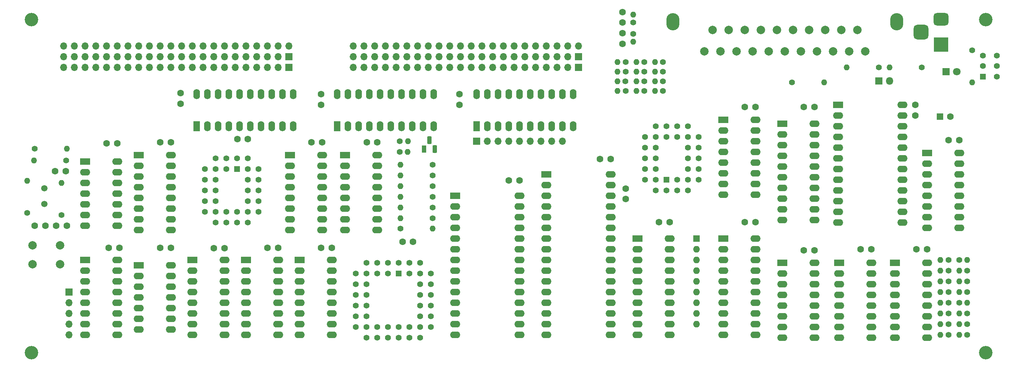
<source format=gbr>
%TF.GenerationSoftware,KiCad,Pcbnew,7.0.8*%
%TF.CreationDate,2023-10-18T18:18:43+01:00*%
%TF.ProjectId,Beep12-Kicad,42656570-3132-42d4-9b69-6361642e6b69,rev?*%
%TF.SameCoordinates,Original*%
%TF.FileFunction,Soldermask,Bot*%
%TF.FilePolarity,Negative*%
%FSLAX46Y46*%
G04 Gerber Fmt 4.6, Leading zero omitted, Abs format (unit mm)*
G04 Created by KiCad (PCBNEW 7.0.8) date 2023-10-18 18:18:43*
%MOMM*%
%LPD*%
G01*
G04 APERTURE LIST*
G04 Aperture macros list*
%AMRoundRect*
0 Rectangle with rounded corners*
0 $1 Rounding radius*
0 $2 $3 $4 $5 $6 $7 $8 $9 X,Y pos of 4 corners*
0 Add a 4 corners polygon primitive as box body*
4,1,4,$2,$3,$4,$5,$6,$7,$8,$9,$2,$3,0*
0 Add four circle primitives for the rounded corners*
1,1,$1+$1,$2,$3*
1,1,$1+$1,$4,$5*
1,1,$1+$1,$6,$7*
1,1,$1+$1,$8,$9*
0 Add four rect primitives between the rounded corners*
20,1,$1+$1,$2,$3,$4,$5,0*
20,1,$1+$1,$4,$5,$6,$7,0*
20,1,$1+$1,$6,$7,$8,$9,0*
20,1,$1+$1,$8,$9,$2,$3,0*%
G04 Aperture macros list end*
%ADD10C,1.500000*%
%ADD11C,1.400000*%
%ADD12O,1.400000X1.400000*%
%ADD13C,1.600000*%
%ADD14C,2.000000*%
%ADD15R,1.100000X1.800000*%
%ADD16RoundRect,0.275000X-0.275000X-0.625000X0.275000X-0.625000X0.275000X0.625000X-0.275000X0.625000X0*%
%ADD17R,2.400000X1.600000*%
%ADD18O,2.400000X1.600000*%
%ADD19C,3.200000*%
%ADD20R,1.700000X1.700000*%
%ADD21O,1.700000X1.700000*%
%ADD22R,1.422400X1.422400*%
%ADD23C,1.422400*%
%ADD24C,1.800000*%
%ADD25R,1.800000X1.800000*%
%ADD26R,1.600000X2.400000*%
%ADD27O,1.600000X2.400000*%
%ADD28R,3.500000X3.500000*%
%ADD29RoundRect,0.750000X-1.000000X0.750000X-1.000000X-0.750000X1.000000X-0.750000X1.000000X0.750000X0*%
%ADD30RoundRect,0.875000X-0.875000X0.875000X-0.875000X-0.875000X0.875000X-0.875000X0.875000X0.875000X0*%
%ADD31O,3.100000X4.100000*%
%ADD32C,1.998980*%
%ADD33R,1.400000X1.400000*%
%ADD34R,1.600000X1.600000*%
%ADD35O,1.600000X1.600000*%
%ADD36O,1.800000X1.800000*%
G04 APERTURE END LIST*
D10*
%TO.C,Y1*%
X32083500Y-113970300D03*
X32083500Y-117770300D03*
%TD*%
D11*
%TO.C,R47*%
X171450000Y-77348000D03*
D12*
X171450000Y-79248000D03*
%TD*%
D11*
%TO.C,R46*%
X171450000Y-74676000D03*
D12*
X171450000Y-72776000D03*
%TD*%
D13*
%TO.C,C32*%
X168910000Y-72176000D03*
X168910000Y-74676000D03*
%TD*%
%TO.C,C31*%
X168910000Y-79716000D03*
X168910000Y-77216000D03*
%TD*%
%TO.C,C1*%
X34584000Y-109982000D03*
X37084000Y-109982000D03*
%TD*%
D14*
%TO.C,SW2*%
X35762000Y-127544000D03*
X29262000Y-127544000D03*
X35762000Y-132044000D03*
X29262000Y-132044000D03*
%TD*%
D12*
%TO.C,R45*%
X37338000Y-104648000D03*
D11*
X29718000Y-104648000D03*
%TD*%
D15*
%TO.C,Q1*%
X121920000Y-104670000D03*
D16*
X123190000Y-102600000D03*
X124460000Y-104670000D03*
%TD*%
D17*
%TO.C,U1*%
X54386000Y-106096300D03*
D18*
X54386000Y-108636300D03*
X54386000Y-111176300D03*
X54386000Y-113716300D03*
X54386000Y-116256300D03*
X54386000Y-118796300D03*
X54386000Y-121336300D03*
X54386000Y-123876300D03*
X62006000Y-123876300D03*
X62006000Y-121336300D03*
X62006000Y-118796300D03*
X62006000Y-116256300D03*
X62006000Y-113716300D03*
X62006000Y-111176300D03*
X62006000Y-108636300D03*
X62006000Y-106096300D03*
%TD*%
D17*
%TO.C,U24*%
X41686000Y-131042800D03*
D18*
X41686000Y-133582800D03*
X41686000Y-136122800D03*
X41686000Y-138662800D03*
X41686000Y-141202800D03*
X41686000Y-143742800D03*
X41686000Y-146282800D03*
X41686000Y-148822800D03*
X49306000Y-148822800D03*
X49306000Y-146282800D03*
X49306000Y-143742800D03*
X49306000Y-141202800D03*
X49306000Y-138662800D03*
X49306000Y-136122800D03*
X49306000Y-133582800D03*
X49306000Y-131042800D03*
%TD*%
D11*
%TO.C,R37*%
X174112000Y-86360000D03*
D12*
X172212000Y-86360000D03*
%TD*%
D13*
%TO.C,C13*%
X49814000Y-128121800D03*
X47314000Y-128121800D03*
%TD*%
D12*
%TO.C,R5*%
X244256000Y-148822800D03*
D11*
X246156000Y-148822800D03*
%TD*%
%TO.C,R34*%
X178557000Y-88646000D03*
D12*
X176657000Y-88646000D03*
%TD*%
%TO.C,R17*%
X250596000Y-131042800D03*
D11*
X248696000Y-131042800D03*
%TD*%
D13*
%TO.C,C14*%
X62006000Y-128121800D03*
X59506000Y-128121800D03*
%TD*%
D17*
%TO.C,U20*%
X241086000Y-105632800D03*
D18*
X241086000Y-108172800D03*
X241086000Y-110712800D03*
X241086000Y-113252800D03*
X241086000Y-115792800D03*
X241086000Y-118332800D03*
X241086000Y-120872800D03*
X241086000Y-123412800D03*
X248706000Y-123412800D03*
X248706000Y-120872800D03*
X248706000Y-118332800D03*
X248706000Y-115792800D03*
X248706000Y-113252800D03*
X248706000Y-110712800D03*
X248706000Y-108172800D03*
X248706000Y-105632800D03*
%TD*%
D19*
%TO.C,H3*%
X255000000Y-74000000D03*
%TD*%
D13*
%TO.C,C10*%
X97566000Y-91672800D03*
X97566000Y-94172800D03*
%TD*%
D12*
%TO.C,R16*%
X250601000Y-141202800D03*
D11*
X248701000Y-141202800D03*
%TD*%
%TO.C,R23*%
X123982000Y-116056800D03*
D12*
X116362000Y-116056800D03*
%TD*%
D11*
%TO.C,R20*%
X123982000Y-108436800D03*
D12*
X116362000Y-108436800D03*
%TD*%
D11*
%TO.C,R32*%
X178557000Y-84074000D03*
D12*
X176657000Y-84074000D03*
%TD*%
D13*
%TO.C,C11*%
X200436000Y-122025800D03*
X197936000Y-122025800D03*
%TD*%
D20*
%TO.C,J5*%
X89946000Y-85344000D03*
D21*
X87406000Y-85344000D03*
X84866000Y-85344000D03*
X82326000Y-85344000D03*
X79786000Y-85344000D03*
X77246000Y-85344000D03*
X74706000Y-85344000D03*
X72166000Y-85344000D03*
X69626000Y-85344000D03*
X67086000Y-85344000D03*
X64546000Y-85344000D03*
X62006000Y-85344000D03*
X59466000Y-85344000D03*
X56926000Y-85344000D03*
X54386000Y-85344000D03*
X51846000Y-85344000D03*
X49306000Y-85344000D03*
X46766000Y-85344000D03*
X44226000Y-85344000D03*
X41686000Y-85344000D03*
X39146000Y-85344000D03*
X36606000Y-85344000D03*
%TD*%
D13*
%TO.C,C7*%
X62006000Y-103102800D03*
X59506000Y-103102800D03*
%TD*%
D12*
%TO.C,R19*%
X244251000Y-131042800D03*
D11*
X246151000Y-131042800D03*
%TD*%
D12*
%TO.C,R7*%
X248701000Y-138662800D03*
D11*
X250601000Y-138662800D03*
%TD*%
D22*
%TO.C,U6*%
X115976400Y-134213600D03*
D23*
X113436400Y-131673600D03*
X113436400Y-134213600D03*
X110896400Y-131673600D03*
X110896400Y-134213600D03*
X108356400Y-131673600D03*
X105816400Y-134213600D03*
X108356400Y-134213600D03*
X105816400Y-136753600D03*
X108356400Y-136753600D03*
X105816400Y-139293600D03*
X108356400Y-139293600D03*
X105816400Y-141833600D03*
X108356400Y-141833600D03*
X105816400Y-144373600D03*
X108356400Y-144373600D03*
X105816400Y-146913600D03*
X108356400Y-149453600D03*
X108356400Y-146913600D03*
X110896400Y-149453600D03*
X110896400Y-146913600D03*
X113436400Y-149453600D03*
X113436400Y-146913600D03*
X115976400Y-149453600D03*
X115976400Y-146913600D03*
X118516400Y-149453600D03*
X118516400Y-146913600D03*
X121056400Y-149453600D03*
X123596400Y-146913600D03*
X121056400Y-146913600D03*
X123596400Y-144373600D03*
X121056400Y-144373600D03*
X123596400Y-141833600D03*
X121056400Y-141833600D03*
X123596400Y-139293600D03*
X121056400Y-139293600D03*
X123596400Y-136753600D03*
X121056400Y-136753600D03*
X123596400Y-134213600D03*
X121056400Y-131673600D03*
X121056400Y-134213600D03*
X118516400Y-131673600D03*
X118516400Y-134213600D03*
X115976400Y-131673600D03*
%TD*%
D11*
%TO.C,R44*%
X251714000Y-81280000D03*
D12*
X251714000Y-88900000D03*
%TD*%
%TO.C,R14*%
X244256000Y-143742800D03*
D11*
X246156000Y-143742800D03*
%TD*%
D13*
%TO.C,C22*%
X200436000Y-94720800D03*
X197936000Y-94720800D03*
%TD*%
D11*
%TO.C,R33*%
X178557000Y-86360000D03*
D12*
X176657000Y-86360000D03*
%TD*%
D17*
%TO.C,U14*%
X192816000Y-97768800D03*
D18*
X192816000Y-100308800D03*
X192816000Y-102848800D03*
X192816000Y-105388800D03*
X192816000Y-107928800D03*
X192816000Y-110468800D03*
X192816000Y-113008800D03*
X192816000Y-115548800D03*
X200436000Y-115548800D03*
X200436000Y-113008800D03*
X200436000Y-110468800D03*
X200436000Y-107928800D03*
X200436000Y-105388800D03*
X200436000Y-102848800D03*
X200436000Y-100308800D03*
X200436000Y-97768800D03*
%TD*%
D13*
%TO.C,C19*%
X49306000Y-103356800D03*
X46806000Y-103356800D03*
%TD*%
%TO.C,C20*%
X110875600Y-103102800D03*
X108375600Y-103102800D03*
%TD*%
D11*
%TO.C,R39*%
X174112000Y-90932000D03*
D12*
X172212000Y-90932000D03*
%TD*%
D13*
%TO.C,C29*%
X214406000Y-128756800D03*
X211906000Y-128756800D03*
%TD*%
%TO.C,C3*%
X34877500Y-122860300D03*
X37377500Y-122860300D03*
%TD*%
D11*
%TO.C,R28*%
X229646000Y-85322800D03*
D12*
X222026000Y-85322800D03*
%TD*%
D13*
%TO.C,C12*%
X166146000Y-107039800D03*
X163646000Y-107039800D03*
%TD*%
D17*
%TO.C,U17*%
X220004000Y-94212800D03*
D18*
X220004000Y-96752800D03*
X220004000Y-99292800D03*
X220004000Y-101832800D03*
X220004000Y-104372800D03*
X220004000Y-106912800D03*
X220004000Y-109452800D03*
X220004000Y-111992800D03*
X220004000Y-114532800D03*
X220004000Y-117072800D03*
X220004000Y-119612800D03*
X220004000Y-122152800D03*
X235244000Y-122152800D03*
X235244000Y-119612800D03*
X235244000Y-117072800D03*
X235244000Y-114532800D03*
X235244000Y-111992800D03*
X235244000Y-109452800D03*
X235244000Y-106912800D03*
X235244000Y-104372800D03*
X235244000Y-101832800D03*
X235244000Y-99292800D03*
X235244000Y-96752800D03*
X235244000Y-94212800D03*
%TD*%
D17*
%TO.C,U12*%
X92486000Y-131042800D03*
D18*
X92486000Y-133582800D03*
X92486000Y-136122800D03*
X92486000Y-138662800D03*
X92486000Y-141202800D03*
X92486000Y-143742800D03*
X92486000Y-146282800D03*
X92486000Y-148822800D03*
X100106000Y-148822800D03*
X100106000Y-146282800D03*
X100106000Y-143742800D03*
X100106000Y-141202800D03*
X100106000Y-138662800D03*
X100106000Y-136122800D03*
X100106000Y-133582800D03*
X100106000Y-131042800D03*
%TD*%
D12*
%TO.C,R10*%
X244256000Y-146282800D03*
D11*
X246156000Y-146282800D03*
%TD*%
D24*
%TO.C,D2*%
X248153000Y-86360000D03*
D25*
X245613000Y-86360000D03*
%TD*%
D11*
%TO.C,R35*%
X178557000Y-90932000D03*
D12*
X176657000Y-90932000D03*
%TD*%
D11*
%TO.C,R25*%
X123982000Y-121136800D03*
D12*
X116362000Y-121136800D03*
%TD*%
%TO.C,R6*%
X248701000Y-146282800D03*
D11*
X250601000Y-146282800D03*
%TD*%
D13*
%TO.C,C27*%
X248706000Y-102584800D03*
X246206000Y-102584800D03*
%TD*%
D11*
%TO.C,R38*%
X174112000Y-88646000D03*
D12*
X172212000Y-88646000D03*
%TD*%
D13*
%TO.C,C21*%
X144556000Y-112119800D03*
X142056000Y-112119800D03*
%TD*%
D11*
%TO.C,R29*%
X116362000Y-123549800D03*
D12*
X123982000Y-123549800D03*
%TD*%
D13*
%TO.C,C17*%
X74706000Y-128198000D03*
X72206000Y-128198000D03*
%TD*%
D12*
%TO.C,R13*%
X248701000Y-133582800D03*
D11*
X250601000Y-133582800D03*
%TD*%
D12*
%TO.C,R8*%
X244256000Y-138662800D03*
D11*
X246156000Y-138662800D03*
%TD*%
D13*
%TO.C,C18*%
X116865400Y-126720600D03*
X119365400Y-126720600D03*
%TD*%
D17*
%TO.C,U15*%
X206786000Y-131677800D03*
D18*
X206786000Y-134217800D03*
X206786000Y-136757800D03*
X206786000Y-139297800D03*
X206786000Y-141837800D03*
X206786000Y-144377800D03*
X206786000Y-146917800D03*
X206786000Y-149457800D03*
X214406000Y-149457800D03*
X214406000Y-146917800D03*
X214406000Y-144377800D03*
X214406000Y-141837800D03*
X214406000Y-139297800D03*
X214406000Y-136757800D03*
X214406000Y-134217800D03*
X214406000Y-131677800D03*
%TD*%
D26*
%TO.C,U5*%
X68072000Y-99314000D03*
D27*
X70612000Y-99314000D03*
X73152000Y-99314000D03*
X75692000Y-99314000D03*
X78232000Y-99314000D03*
X80772000Y-99314000D03*
X83312000Y-99314000D03*
X85852000Y-99314000D03*
X88392000Y-99314000D03*
X90932000Y-99314000D03*
X90932000Y-91694000D03*
X88392000Y-91694000D03*
X85852000Y-91694000D03*
X83312000Y-91694000D03*
X80772000Y-91694000D03*
X78232000Y-91694000D03*
X75692000Y-91694000D03*
X73152000Y-91694000D03*
X70612000Y-91694000D03*
X68072000Y-91694000D03*
%TD*%
D26*
%TO.C,U25*%
X134396000Y-99292800D03*
D27*
X136936000Y-99292800D03*
X139476000Y-99292800D03*
X142016000Y-99292800D03*
X144556000Y-99292800D03*
X147096000Y-99292800D03*
X149636000Y-99292800D03*
X152176000Y-99292800D03*
X154716000Y-99292800D03*
X157256000Y-99292800D03*
X157256000Y-91672800D03*
X154716000Y-91672800D03*
X152176000Y-91672800D03*
X149636000Y-91672800D03*
X147096000Y-91672800D03*
X144556000Y-91672800D03*
X142016000Y-91672800D03*
X139476000Y-91672800D03*
X136936000Y-91672800D03*
X134396000Y-91672800D03*
%TD*%
D22*
%TO.C,U23*%
X179354000Y-111992800D03*
D23*
X181894000Y-114532800D03*
X181894000Y-111992800D03*
X184434000Y-114532800D03*
X186974000Y-111992800D03*
X184434000Y-111992800D03*
X186974000Y-109452800D03*
X184434000Y-109452800D03*
X186974000Y-106912800D03*
X184434000Y-106912800D03*
X186974000Y-104372800D03*
X184434000Y-104372800D03*
X186974000Y-101832800D03*
X184434000Y-99292800D03*
X184434000Y-101832800D03*
X181894000Y-99292800D03*
X181894000Y-101832800D03*
X179354000Y-99292800D03*
X179354000Y-101832800D03*
X176814000Y-99292800D03*
X174274000Y-101832800D03*
X176814000Y-101832800D03*
X174274000Y-104372800D03*
X176814000Y-104372800D03*
X174274000Y-106912800D03*
X176814000Y-106912800D03*
X174274000Y-109452800D03*
X176814000Y-109452800D03*
X174274000Y-111992800D03*
X176814000Y-114532800D03*
X176814000Y-111992800D03*
X179354000Y-114532800D03*
%TD*%
D17*
%TO.C,U2*%
X41686000Y-107620300D03*
D18*
X41686000Y-110160300D03*
X41686000Y-112700300D03*
X41686000Y-115240300D03*
X41686000Y-117780300D03*
X41686000Y-120320300D03*
X41686000Y-122860300D03*
X49306000Y-122860300D03*
X49306000Y-120320300D03*
X49306000Y-117780300D03*
X49306000Y-115240300D03*
X49306000Y-112700300D03*
X49306000Y-110160300D03*
X49306000Y-107620300D03*
%TD*%
D11*
%TO.C,R2*%
X28019500Y-119812300D03*
D12*
X28019500Y-112192300D03*
%TD*%
D13*
%TO.C,C8*%
X77754000Y-102340800D03*
X80254000Y-102340800D03*
%TD*%
D11*
%TO.C,R36*%
X174112000Y-84074000D03*
D12*
X172212000Y-84074000D03*
%TD*%
D17*
%TO.C,U13*%
X192816000Y-125962800D03*
D18*
X192816000Y-128502800D03*
X192816000Y-131042800D03*
X192816000Y-133582800D03*
X192816000Y-136122800D03*
X192816000Y-138662800D03*
X192816000Y-141202800D03*
X192816000Y-143742800D03*
X192816000Y-146282800D03*
X192816000Y-148822800D03*
X200436000Y-148822800D03*
X200436000Y-146282800D03*
X200436000Y-143742800D03*
X200436000Y-141202800D03*
X200436000Y-138662800D03*
X200436000Y-136122800D03*
X200436000Y-133582800D03*
X200436000Y-131042800D03*
X200436000Y-128502800D03*
X200436000Y-125962800D03*
%TD*%
D11*
%TO.C,R42*%
X169667000Y-88646000D03*
D12*
X167767000Y-88646000D03*
%TD*%
D11*
%TO.C,R21*%
X123982000Y-110976800D03*
D12*
X116362000Y-110976800D03*
%TD*%
D13*
%TO.C,C6*%
X130302000Y-91694000D03*
X130302000Y-94194000D03*
%TD*%
D11*
%TO.C,R22*%
X123982000Y-113516800D03*
D12*
X116362000Y-113516800D03*
%TD*%
%TO.C,R4*%
X248701000Y-148822800D03*
D11*
X250601000Y-148822800D03*
%TD*%
D12*
%TO.C,R18*%
X244256000Y-141202800D03*
D11*
X246156000Y-141202800D03*
%TD*%
D13*
%TO.C,C9*%
X241076000Y-128502800D03*
X238576000Y-128502800D03*
%TD*%
D26*
%TO.C,U26*%
X101376000Y-99292800D03*
D27*
X103916000Y-99292800D03*
X106456000Y-99292800D03*
X108996000Y-99292800D03*
X111536000Y-99292800D03*
X114076000Y-99292800D03*
X116616000Y-99292800D03*
X119156000Y-99292800D03*
X121696000Y-99292800D03*
X124236000Y-99292800D03*
X124236000Y-91672800D03*
X121696000Y-91672800D03*
X119156000Y-91672800D03*
X116616000Y-91672800D03*
X114076000Y-91672800D03*
X111536000Y-91672800D03*
X108996000Y-91672800D03*
X106456000Y-91672800D03*
X103916000Y-91672800D03*
X101376000Y-91672800D03*
%TD*%
D17*
%TO.C,U19*%
X233456000Y-131677800D03*
D18*
X233456000Y-134217800D03*
X233456000Y-136757800D03*
X233456000Y-139297800D03*
X233456000Y-141837800D03*
X233456000Y-144377800D03*
X233456000Y-146917800D03*
X233456000Y-149457800D03*
X241076000Y-149457800D03*
X241076000Y-146917800D03*
X241076000Y-144377800D03*
X241076000Y-141837800D03*
X241076000Y-139297800D03*
X241076000Y-136757800D03*
X241076000Y-134217800D03*
X241076000Y-131677800D03*
%TD*%
D20*
%TO.C,J9*%
X158531000Y-85322800D03*
D21*
X155991000Y-85322800D03*
X153451000Y-85322800D03*
X150911000Y-85322800D03*
X148371000Y-85322800D03*
X145831000Y-85322800D03*
X143291000Y-85322800D03*
X140751000Y-85322800D03*
X138211000Y-85322800D03*
X135671000Y-85322800D03*
X133131000Y-85322800D03*
X130591000Y-85322800D03*
X128051000Y-85322800D03*
X125511000Y-85322800D03*
X122971000Y-85322800D03*
X120431000Y-85322800D03*
X117891000Y-85322800D03*
X115351000Y-85322800D03*
X112811000Y-85322800D03*
X110271000Y-85322800D03*
X107731000Y-85322800D03*
X105191000Y-85322800D03*
%TD*%
D17*
%TO.C,U21*%
X129316000Y-115802800D03*
D18*
X129316000Y-118342800D03*
X129316000Y-120882800D03*
X129316000Y-123422800D03*
X129316000Y-125962800D03*
X129316000Y-128502800D03*
X129316000Y-131042800D03*
X129316000Y-133582800D03*
X129316000Y-136122800D03*
X129316000Y-138662800D03*
X129316000Y-141202800D03*
X129316000Y-143742800D03*
X129316000Y-146282800D03*
X129316000Y-148822800D03*
X144556000Y-148822800D03*
X144556000Y-146282800D03*
X144556000Y-143742800D03*
X144556000Y-141202800D03*
X144556000Y-138662800D03*
X144556000Y-136122800D03*
X144556000Y-133582800D03*
X144556000Y-131042800D03*
X144556000Y-128502800D03*
X144556000Y-125962800D03*
X144556000Y-123422800D03*
X144556000Y-120882800D03*
X144556000Y-118342800D03*
X144556000Y-115802800D03*
%TD*%
D11*
%TO.C,R27*%
X209042000Y-88900000D03*
D12*
X216662000Y-88900000D03*
%TD*%
D28*
%TO.C,J1*%
X244348000Y-79914000D03*
D29*
X244348000Y-73914000D03*
D30*
X239648000Y-76914000D03*
%TD*%
D20*
%TO.C,J6*%
X37876000Y-138662800D03*
D21*
X37876000Y-141202800D03*
X37876000Y-143742800D03*
X37876000Y-146282800D03*
X37876000Y-148822800D03*
%TD*%
D31*
%TO.C,J2*%
X233920820Y-74433820D03*
X180921180Y-74433820D03*
D32*
X188371000Y-81512800D03*
X190276000Y-76432800D03*
X192181000Y-81512800D03*
X194086000Y-76432800D03*
X195991000Y-81512800D03*
X197896000Y-76432800D03*
X199801000Y-81512800D03*
X201706000Y-76432800D03*
X203611000Y-81512800D03*
X205516000Y-76432800D03*
X207421000Y-81512800D03*
X209326000Y-76432800D03*
X211231000Y-81512800D03*
X213136000Y-76432800D03*
X215041000Y-81512800D03*
X216946000Y-76432800D03*
X218851000Y-81512800D03*
X220756000Y-76432800D03*
X222661000Y-81512800D03*
X224566000Y-76432800D03*
X226471000Y-81512800D03*
%TD*%
D17*
%TO.C,U3*%
X90200000Y-106100000D03*
D18*
X90200000Y-108640000D03*
X90200000Y-111180000D03*
X90200000Y-113720000D03*
X90200000Y-116260000D03*
X90200000Y-118800000D03*
X90200000Y-121340000D03*
X90200000Y-123880000D03*
X97820000Y-123880000D03*
X97820000Y-121340000D03*
X97820000Y-118800000D03*
X97820000Y-116260000D03*
X97820000Y-113720000D03*
X97820000Y-111180000D03*
X97820000Y-108640000D03*
X97820000Y-106100000D03*
%TD*%
D12*
%TO.C,R9*%
X248701000Y-136122800D03*
D11*
X250601000Y-136122800D03*
%TD*%
D33*
%TO.C,SW1*%
X254269000Y-87497500D03*
D11*
X254269000Y-84997500D03*
X254269000Y-82497500D03*
X257569000Y-87497500D03*
X257569000Y-84997500D03*
X257569000Y-82497500D03*
%TD*%
D17*
%TO.C,U16*%
X206786000Y-98657800D03*
D18*
X206786000Y-101197800D03*
X206786000Y-103737800D03*
X206786000Y-106277800D03*
X206786000Y-108817800D03*
X206786000Y-111357800D03*
X206786000Y-113897800D03*
X206786000Y-116437800D03*
X206786000Y-118977800D03*
X206786000Y-121517800D03*
X214406000Y-121517800D03*
X214406000Y-118977800D03*
X214406000Y-116437800D03*
X214406000Y-113897800D03*
X214406000Y-111357800D03*
X214406000Y-108817800D03*
X214406000Y-106277800D03*
X214406000Y-103737800D03*
X214406000Y-101197800D03*
X214406000Y-98657800D03*
%TD*%
D13*
%TO.C,C26*%
X214406000Y-94720800D03*
X211906000Y-94720800D03*
%TD*%
D34*
%TO.C,C30*%
X244094000Y-97028000D03*
D13*
X246594000Y-97028000D03*
%TD*%
D17*
%TO.C,U10*%
X172496000Y-125962800D03*
D18*
X172496000Y-128502800D03*
X172496000Y-131042800D03*
X172496000Y-133582800D03*
X172496000Y-136122800D03*
X172496000Y-138662800D03*
X172496000Y-141202800D03*
X172496000Y-143742800D03*
X172496000Y-146282800D03*
X172496000Y-148822800D03*
X180116000Y-148822800D03*
X180116000Y-146282800D03*
X180116000Y-143742800D03*
X180116000Y-141202800D03*
X180116000Y-138662800D03*
X180116000Y-136122800D03*
X180116000Y-133582800D03*
X180116000Y-131042800D03*
X180116000Y-128502800D03*
X180116000Y-125962800D03*
%TD*%
D13*
%TO.C,C2*%
X29797500Y-122860300D03*
X32297500Y-122860300D03*
%TD*%
%TO.C,C25*%
X97820000Y-103102800D03*
X95320000Y-103102800D03*
%TD*%
D11*
%TO.C,R41*%
X169672000Y-86360000D03*
D12*
X167772000Y-86360000D03*
%TD*%
D17*
%TO.C,U8*%
X67056000Y-131064000D03*
D18*
X67056000Y-133604000D03*
X67056000Y-136144000D03*
X67056000Y-138684000D03*
X67056000Y-141224000D03*
X67056000Y-143764000D03*
X67056000Y-146304000D03*
X67056000Y-148844000D03*
X74676000Y-148844000D03*
X74676000Y-146304000D03*
X74676000Y-143764000D03*
X74676000Y-141224000D03*
X74676000Y-138684000D03*
X74676000Y-136144000D03*
X74676000Y-133604000D03*
X74676000Y-131064000D03*
%TD*%
D12*
%TO.C,R12*%
X248701000Y-143742800D03*
D11*
X250601000Y-143742800D03*
%TD*%
%TO.C,R30*%
X116210000Y-102870000D03*
D12*
X118110000Y-102870000D03*
%TD*%
D11*
%TO.C,R43*%
X169672000Y-90932000D03*
D12*
X167772000Y-90932000D03*
%TD*%
D17*
%TO.C,U18*%
X220248000Y-131677800D03*
D18*
X220248000Y-134217800D03*
X220248000Y-136757800D03*
X220248000Y-139297800D03*
X220248000Y-141837800D03*
X220248000Y-144377800D03*
X220248000Y-146917800D03*
X220248000Y-149457800D03*
X227868000Y-149457800D03*
X227868000Y-146917800D03*
X227868000Y-144377800D03*
X227868000Y-141837800D03*
X227868000Y-139297800D03*
X227868000Y-136757800D03*
X227868000Y-134217800D03*
X227868000Y-131677800D03*
%TD*%
D13*
%TO.C,C4*%
X238252000Y-94234000D03*
X238252000Y-96734000D03*
%TD*%
D12*
%TO.C,R15*%
X244251000Y-133582800D03*
D11*
X246151000Y-133582800D03*
%TD*%
D17*
%TO.C,U7*%
X54356000Y-132334000D03*
D18*
X54356000Y-134874000D03*
X54356000Y-137414000D03*
X54356000Y-139954000D03*
X54356000Y-142494000D03*
X54356000Y-145034000D03*
X54356000Y-147574000D03*
X61976000Y-147574000D03*
X61976000Y-145034000D03*
X61976000Y-142494000D03*
X61976000Y-139954000D03*
X61976000Y-137414000D03*
X61976000Y-134874000D03*
X61976000Y-132334000D03*
%TD*%
D19*
%TO.C,H2*%
X29000000Y-153000000D03*
%TD*%
D11*
%TO.C,R24*%
X123982000Y-118596800D03*
D12*
X116362000Y-118596800D03*
%TD*%
%TO.C,R11*%
X244256000Y-136122800D03*
D11*
X246156000Y-136122800D03*
%TD*%
D17*
%TO.C,U11*%
X79786000Y-131042800D03*
D18*
X79786000Y-133582800D03*
X79786000Y-136122800D03*
X79786000Y-138662800D03*
X79786000Y-141202800D03*
X79786000Y-143742800D03*
X79786000Y-146282800D03*
X79786000Y-148822800D03*
X87406000Y-148822800D03*
X87406000Y-146282800D03*
X87406000Y-143742800D03*
X87406000Y-141202800D03*
X87406000Y-138662800D03*
X87406000Y-136122800D03*
X87406000Y-133582800D03*
X87406000Y-131042800D03*
%TD*%
D19*
%TO.C,H1*%
X29000000Y-74000000D03*
%TD*%
D13*
%TO.C,C24*%
X169702000Y-116564800D03*
X169702000Y-114064800D03*
%TD*%
D11*
%TO.C,R26*%
X239806000Y-85322800D03*
D12*
X232186000Y-85322800D03*
%TD*%
D22*
%TO.C,U4*%
X77681500Y-109398300D03*
D23*
X75141500Y-106858300D03*
X75141500Y-109398300D03*
X72601500Y-106858300D03*
X70061500Y-109398300D03*
X72601500Y-109398300D03*
X70061500Y-111938300D03*
X72601500Y-111938300D03*
X70061500Y-114478300D03*
X72601500Y-114478300D03*
X70061500Y-117018300D03*
X72601500Y-117018300D03*
X70061500Y-119558300D03*
X72601500Y-122098300D03*
X72601500Y-119558300D03*
X75141500Y-122098300D03*
X75141500Y-119558300D03*
X77681500Y-122098300D03*
X77681500Y-119558300D03*
X80221500Y-122098300D03*
X82761500Y-119558300D03*
X80221500Y-119558300D03*
X82761500Y-117018300D03*
X80221500Y-117018300D03*
X82761500Y-114478300D03*
X80221500Y-114478300D03*
X82761500Y-111938300D03*
X80221500Y-111938300D03*
X82761500Y-109398300D03*
X80221500Y-106858300D03*
X80221500Y-109398300D03*
X77681500Y-106858300D03*
%TD*%
D11*
%TO.C,R40*%
X169672000Y-84074000D03*
D12*
X167772000Y-84074000D03*
%TD*%
D17*
%TO.C,U22*%
X150906000Y-110722800D03*
D18*
X150906000Y-113262800D03*
X150906000Y-115802800D03*
X150906000Y-118342800D03*
X150906000Y-120882800D03*
X150906000Y-123422800D03*
X150906000Y-125962800D03*
X150906000Y-128502800D03*
X150906000Y-131042800D03*
X150906000Y-133582800D03*
X150906000Y-136122800D03*
X150906000Y-138662800D03*
X150906000Y-141202800D03*
X150906000Y-143742800D03*
X150906000Y-146282800D03*
X150906000Y-148822800D03*
X166146000Y-148822800D03*
X166146000Y-146282800D03*
X166146000Y-143742800D03*
X166146000Y-141202800D03*
X166146000Y-138662800D03*
X166146000Y-136122800D03*
X166146000Y-133582800D03*
X166146000Y-131042800D03*
X166146000Y-128502800D03*
X166146000Y-125962800D03*
X166146000Y-123422800D03*
X166146000Y-120882800D03*
X166146000Y-118342800D03*
X166146000Y-115802800D03*
X166146000Y-113262800D03*
X166146000Y-110722800D03*
%TD*%
D17*
%TO.C,U9*%
X103230200Y-106150800D03*
D18*
X103230200Y-108690800D03*
X103230200Y-111230800D03*
X103230200Y-113770800D03*
X103230200Y-116310800D03*
X103230200Y-118850800D03*
X103230200Y-121390800D03*
X103230200Y-123930800D03*
X110850200Y-123930800D03*
X110850200Y-121390800D03*
X110850200Y-118850800D03*
X110850200Y-116310800D03*
X110850200Y-113770800D03*
X110850200Y-111230800D03*
X110850200Y-108690800D03*
X110850200Y-106150800D03*
%TD*%
D13*
%TO.C,C5*%
X64262000Y-91440000D03*
X64262000Y-93940000D03*
%TD*%
%TO.C,C28*%
X227868000Y-128502800D03*
X225368000Y-128502800D03*
%TD*%
D20*
%TO.C,J7*%
X134366000Y-102870000D03*
D21*
X136906000Y-102870000D03*
X139446000Y-102870000D03*
X141986000Y-102870000D03*
X144526000Y-102870000D03*
X147066000Y-102870000D03*
X149606000Y-102870000D03*
X152146000Y-102870000D03*
X154686000Y-102870000D03*
%TD*%
D34*
%TO.C,RN2*%
X186466000Y-125962800D03*
D35*
X186466000Y-128502800D03*
X186466000Y-131042800D03*
X186466000Y-133582800D03*
X186466000Y-136122800D03*
X186466000Y-138662800D03*
X186466000Y-141202800D03*
X186466000Y-143742800D03*
X186466000Y-146282800D03*
%TD*%
D20*
%TO.C,J8*%
X158531000Y-82782800D03*
D21*
X158531000Y-80242800D03*
X155991000Y-82782800D03*
X155991000Y-80242800D03*
X153451000Y-82782800D03*
X153451000Y-80242800D03*
X150911000Y-82782800D03*
X150911000Y-80242800D03*
X148371000Y-82782800D03*
X148371000Y-80242800D03*
X145831000Y-82782800D03*
X145831000Y-80242800D03*
X143291000Y-82782800D03*
X143291000Y-80242800D03*
X140751000Y-82782800D03*
X140751000Y-80242800D03*
X138211000Y-82782800D03*
X138211000Y-80242800D03*
X135671000Y-82782800D03*
X135671000Y-80242800D03*
X133131000Y-82782800D03*
X133131000Y-80242800D03*
X130591000Y-82782800D03*
X130591000Y-80242800D03*
X128051000Y-82782800D03*
X128051000Y-80242800D03*
X125511000Y-82782800D03*
X125511000Y-80242800D03*
X122971000Y-82782800D03*
X122971000Y-80242800D03*
X120431000Y-82782800D03*
X120431000Y-80242800D03*
X117891000Y-82782800D03*
X117891000Y-80242800D03*
X115351000Y-82782800D03*
X115351000Y-80242800D03*
X112811000Y-82782800D03*
X112811000Y-80242800D03*
X110271000Y-82782800D03*
X110271000Y-80242800D03*
X107731000Y-82782800D03*
X107731000Y-80242800D03*
X105191000Y-82782800D03*
X105191000Y-80242800D03*
%TD*%
D12*
%TO.C,R1*%
X29616000Y-107420800D03*
D11*
X37236000Y-107420800D03*
%TD*%
D13*
%TO.C,C23*%
X180116000Y-122025800D03*
X177616000Y-122025800D03*
%TD*%
D19*
%TO.C,H4*%
X255000000Y-153000000D03*
%TD*%
D11*
%TO.C,R3*%
X36147500Y-120320300D03*
D12*
X36147500Y-112700300D03*
%TD*%
D13*
%TO.C,C15*%
X100106000Y-128121800D03*
X97606000Y-128121800D03*
%TD*%
D20*
%TO.C,J4*%
X89946000Y-82804000D03*
D21*
X89946000Y-80264000D03*
X87406000Y-82804000D03*
X87406000Y-80264000D03*
X84866000Y-82804000D03*
X84866000Y-80264000D03*
X82326000Y-82804000D03*
X82326000Y-80264000D03*
X79786000Y-82804000D03*
X79786000Y-80264000D03*
X77246000Y-82804000D03*
X77246000Y-80264000D03*
X74706000Y-82804000D03*
X74706000Y-80264000D03*
X72166000Y-82804000D03*
X72166000Y-80264000D03*
X69626000Y-82804000D03*
X69626000Y-80264000D03*
X67086000Y-82804000D03*
X67086000Y-80264000D03*
X64546000Y-82804000D03*
X64546000Y-80264000D03*
X62006000Y-82804000D03*
X62006000Y-80264000D03*
X59466000Y-82804000D03*
X59466000Y-80264000D03*
X56926000Y-82804000D03*
X56926000Y-80264000D03*
X54386000Y-82804000D03*
X54386000Y-80264000D03*
X51846000Y-82804000D03*
X51846000Y-80264000D03*
X49306000Y-82804000D03*
X49306000Y-80264000D03*
X46766000Y-82804000D03*
X46766000Y-80264000D03*
X44226000Y-82804000D03*
X44226000Y-80264000D03*
X41686000Y-82804000D03*
X41686000Y-80264000D03*
X39146000Y-82804000D03*
X39146000Y-80264000D03*
X36606000Y-82804000D03*
X36606000Y-80264000D03*
%TD*%
D13*
%TO.C,C16*%
X87406000Y-128121800D03*
X84906000Y-128121800D03*
%TD*%
D11*
%TO.C,R31*%
X116162000Y-105410000D03*
D12*
X118062000Y-105410000D03*
%TD*%
D25*
%TO.C,D1*%
X229646000Y-88497800D03*
D36*
X232186000Y-88497800D03*
%TD*%
M02*

</source>
